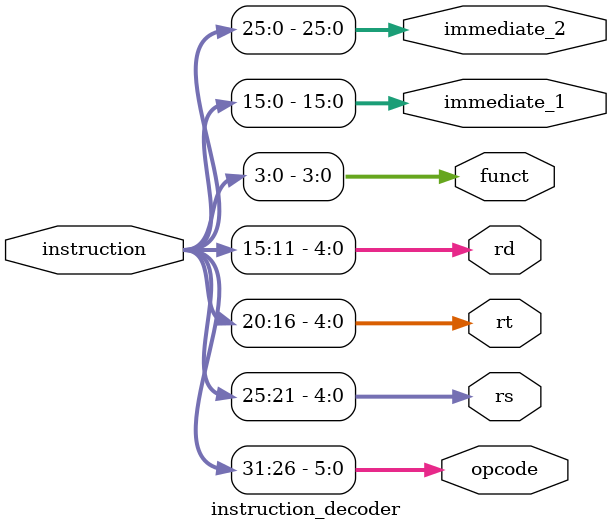
<source format=v>
module instruction_decoder(
    input  wire [31:0] instruction,
    
    output wire [5:0]  opcode,
    output wire [4:0]  rs,
    output wire [4:0]  rt,
    output wire [4:0]  rd,
    output wire [3:0]  funct,
    output wire [15:0] immediate_1,
    output wire [25:0] immediate_2
);

    assign opcode    = instruction[31:26]; // Opcode
    assign rs        = instruction[25:21]; // R-type and I-type 
    assign rt        = instruction[20:16]; // R-type and I-type 
    assign rd        = instruction[15:11]; // R-type only
    assign funct     = instruction[3:0];   // R-type only 
    assign immediate_1 = instruction[15:0];  // I-type only
    assign immediate_2 = instruction[25:0];  // I-type only

endmodule
</source>
